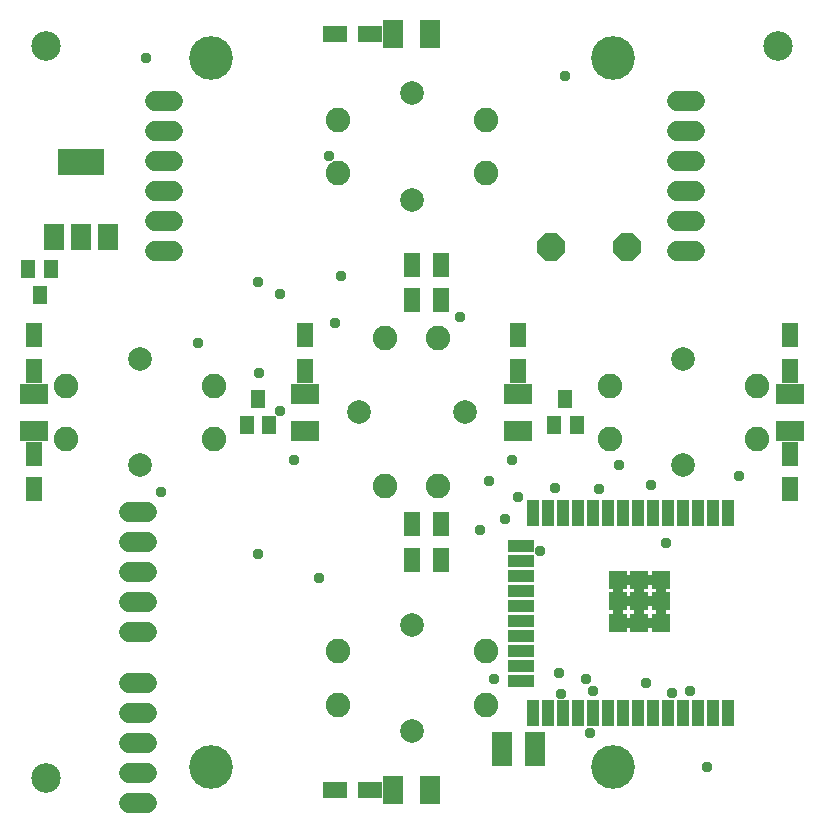
<source format=gbr>
G04 EAGLE Gerber RS-274X export*
G75*
%MOMM*%
%FSLAX34Y34*%
%LPD*%
%INSoldermask Top*%
%IPPOS*%
%AMOC8*
5,1,8,0,0,1.08239X$1,22.5*%
G01*
%ADD10C,3.703200*%
%ADD11P,2.336880X8X202.500000*%
%ADD12P,2.556822X8X202.500000*%
%ADD13R,1.803200X2.903200*%
%ADD14R,1.203200X1.603200*%
%ADD15C,1.875000*%
%ADD16C,2.078200*%
%ADD17C,2.003200*%
%ADD18C,1.524000*%
%ADD19C,1.727200*%
%ADD20R,2.403200X1.703200*%
%ADD21R,1.703200X2.403200*%
%ADD22R,1.403200X2.003200*%
%ADD23R,2.003200X1.403200*%
%ADD24R,1.103200X2.203200*%
%ADD25R,2.203200X1.103200*%
%ADD26R,1.533200X1.533200*%
%ADD27C,0.708000*%
%ADD28C,0.911200*%
%ADD29R,1.701800X2.209800*%
%ADD30R,4.013200X2.209800*%
%ADD31C,2.500000*%
%ADD32C,0.756400*%
%ADD33C,0.959600*%


D10*
X520000Y650000D03*
X180000Y650000D03*
X520000Y50000D03*
X180000Y50000D03*
D11*
X532512Y490000D03*
D12*
X532512Y490000D03*
D11*
X467488Y490000D03*
D12*
X467488Y490000D03*
D13*
X426000Y65000D03*
X454000Y65000D03*
D14*
X35000Y449000D03*
X25500Y471000D03*
X44500Y471000D03*
D15*
X642500Y327500D03*
D16*
X642500Y327500D03*
D15*
X517500Y327500D03*
D16*
X517500Y327500D03*
D15*
X642500Y372500D03*
D16*
X642500Y372500D03*
D15*
X517500Y372500D03*
D16*
X517500Y372500D03*
D17*
X580000Y395000D03*
X580000Y305000D03*
D15*
X327500Y287500D03*
D16*
X327500Y287500D03*
D15*
X327500Y412500D03*
D16*
X327500Y412500D03*
D15*
X372500Y287500D03*
D16*
X372500Y287500D03*
D15*
X372500Y412500D03*
D16*
X372500Y412500D03*
D17*
X395000Y350000D03*
X305000Y350000D03*
D15*
X57500Y372500D03*
D16*
X57500Y372500D03*
D15*
X182500Y372500D03*
D16*
X182500Y372500D03*
D15*
X57500Y327500D03*
D16*
X57500Y327500D03*
D15*
X182500Y327500D03*
D16*
X182500Y327500D03*
D17*
X120000Y305000D03*
X120000Y395000D03*
D15*
X412500Y102500D03*
D16*
X412500Y102500D03*
D15*
X287500Y102500D03*
D16*
X287500Y102500D03*
D15*
X412500Y147500D03*
D16*
X412500Y147500D03*
D15*
X287500Y147500D03*
D16*
X287500Y147500D03*
D17*
X350000Y170000D03*
X350000Y80000D03*
D15*
X287500Y597500D03*
D16*
X287500Y597500D03*
D15*
X412500Y597500D03*
D16*
X412500Y597500D03*
D15*
X287500Y552500D03*
D16*
X287500Y552500D03*
D15*
X412500Y552500D03*
D16*
X412500Y552500D03*
D17*
X350000Y530000D03*
X350000Y620000D03*
D18*
X147620Y486500D02*
X132380Y486500D01*
D19*
X147620Y486500D01*
D18*
X147620Y511900D02*
X132380Y511900D01*
D19*
X147620Y511900D01*
D18*
X147620Y537300D02*
X132380Y537300D01*
D19*
X147620Y537300D01*
D18*
X147620Y562700D02*
X132380Y562700D01*
D19*
X147620Y562700D01*
D18*
X147620Y588100D02*
X132380Y588100D01*
D19*
X147620Y588100D01*
D18*
X147620Y613500D02*
X132380Y613500D01*
D19*
X147620Y613500D01*
D20*
X670000Y334500D03*
X670000Y365500D03*
X260000Y365500D03*
X260000Y334500D03*
X440000Y365500D03*
X440000Y334500D03*
X30000Y334500D03*
X30000Y365500D03*
D21*
X334500Y30000D03*
X365500Y30000D03*
X334500Y670000D03*
X365500Y670000D03*
D18*
X125720Y19200D02*
X110480Y19200D01*
D19*
X125720Y19200D01*
D18*
X125720Y44600D02*
X110480Y44600D01*
D19*
X125720Y44600D01*
D18*
X125720Y70000D02*
X110480Y70000D01*
D19*
X125720Y70000D01*
D18*
X125720Y95400D02*
X110480Y95400D01*
D19*
X125720Y95400D01*
D18*
X125720Y120800D02*
X110480Y120800D01*
D19*
X125720Y120800D01*
D18*
X125720Y164200D02*
X110480Y164200D01*
D19*
X125720Y164200D01*
D18*
X125720Y189600D02*
X110480Y189600D01*
D19*
X125720Y189600D01*
D18*
X125720Y215000D02*
X110480Y215000D01*
D19*
X125720Y215000D01*
D18*
X125720Y240400D02*
X110480Y240400D01*
D19*
X125720Y240400D01*
D18*
X125720Y265800D02*
X110480Y265800D01*
D19*
X125720Y265800D01*
D22*
X30000Y414990D03*
X30000Y385010D03*
X670000Y414990D03*
X670000Y385010D03*
X260000Y414990D03*
X260000Y385010D03*
X440000Y414990D03*
X440000Y385010D03*
D23*
X285010Y30000D03*
X314990Y30000D03*
X285010Y670000D03*
X314990Y670000D03*
D22*
X30000Y285010D03*
X30000Y314990D03*
X670000Y285010D03*
X670000Y314990D03*
X375000Y474990D03*
X375000Y445010D03*
X350000Y225010D03*
X350000Y254990D03*
X350000Y474990D03*
X350000Y445010D03*
X375000Y225010D03*
X375000Y254990D03*
D14*
X220000Y361000D03*
X229500Y339000D03*
X210500Y339000D03*
X480000Y361000D03*
X489500Y339000D03*
X470500Y339000D03*
D24*
X617600Y265000D03*
X604900Y265000D03*
X592200Y265000D03*
X579500Y265000D03*
X566800Y265000D03*
X554100Y265000D03*
X541400Y265000D03*
X528700Y265000D03*
X516000Y265000D03*
X503300Y265000D03*
X490600Y265000D03*
X477900Y265000D03*
X465200Y265000D03*
X452500Y265000D03*
D25*
X442500Y237150D03*
X442500Y224450D03*
X442500Y211750D03*
X442500Y199050D03*
X442500Y186350D03*
X442500Y173650D03*
X442500Y160950D03*
X442500Y148250D03*
X442500Y135550D03*
X442500Y122850D03*
D24*
X452500Y95000D03*
X465200Y95000D03*
X477900Y95000D03*
X490600Y95000D03*
X503300Y95000D03*
X516000Y95000D03*
X528700Y95000D03*
X541400Y95000D03*
X554100Y95000D03*
X566800Y95000D03*
X579500Y95000D03*
X592200Y95000D03*
X604900Y95000D03*
X617600Y95000D03*
D26*
X560950Y208350D03*
X560950Y190000D03*
X560950Y171650D03*
X542600Y208350D03*
X542600Y190000D03*
X542600Y171650D03*
X524250Y208350D03*
X524250Y190000D03*
X524250Y171650D03*
D27*
X560950Y199175D03*
D28*
X560950Y199175D03*
D27*
X560950Y180825D03*
D28*
X560950Y180825D03*
D27*
X551775Y208350D03*
D28*
X551775Y208350D03*
D27*
X551775Y190000D03*
D28*
X551775Y190000D03*
D27*
X551775Y171650D03*
D28*
X551775Y171650D03*
D27*
X542600Y199175D03*
D28*
X542600Y199175D03*
D27*
X542600Y180825D03*
D28*
X542600Y180825D03*
D27*
X533425Y208350D03*
D28*
X533425Y208350D03*
D27*
X533425Y190000D03*
D28*
X533425Y190000D03*
D27*
X533425Y171650D03*
D28*
X533425Y171650D03*
D27*
X524250Y199175D03*
D28*
X524250Y199175D03*
D27*
X524250Y180825D03*
D28*
X524250Y180825D03*
D18*
X574280Y613500D02*
X589520Y613500D01*
D19*
X574280Y613500D01*
D18*
X574280Y588100D02*
X589520Y588100D01*
D19*
X574280Y588100D01*
D18*
X574280Y562700D02*
X589520Y562700D01*
D19*
X574280Y562700D01*
D18*
X574280Y537300D02*
X589520Y537300D01*
D19*
X574280Y537300D01*
D18*
X574280Y511900D02*
X589520Y511900D01*
D19*
X574280Y511900D01*
D18*
X574280Y486500D02*
X589520Y486500D01*
D19*
X574280Y486500D01*
D29*
X47394Y498504D03*
X70254Y498504D03*
X93114Y498504D03*
D30*
X70000Y561496D03*
D31*
X40000Y40000D03*
X660000Y660000D03*
X40000Y660000D03*
D32*
X125000Y650000D03*
D33*
X125000Y650000D03*
D32*
X220000Y460000D03*
D33*
X220000Y460000D03*
D32*
X220000Y230000D03*
D33*
X220000Y230000D03*
D32*
X600000Y50000D03*
D33*
X600000Y50000D03*
D32*
X480000Y635000D03*
D33*
X480000Y635000D03*
D32*
X250000Y310000D03*
D33*
X250000Y310000D03*
D32*
X435000Y310000D03*
D33*
X435000Y310000D03*
D32*
X428863Y259917D03*
D33*
X428863Y259917D03*
D32*
X474348Y129072D03*
D33*
X474348Y129072D03*
D32*
X476711Y111351D03*
D33*
X476711Y111351D03*
D32*
X503293Y113714D03*
D33*
X503293Y113714D03*
D32*
X497672Y124042D03*
D33*
X497672Y124042D03*
D32*
X500931Y78718D03*
D33*
X500931Y78718D03*
D32*
X408188Y250170D03*
D33*
X408188Y250170D03*
D32*
X420002Y123756D03*
D33*
X420002Y123756D03*
D32*
X627176Y295951D03*
D33*
X627176Y295951D03*
D32*
X570340Y112532D03*
D33*
X570340Y112532D03*
D32*
X585404Y114009D03*
D33*
X585404Y114009D03*
D32*
X565319Y239242D03*
D33*
X565319Y239242D03*
D32*
X169241Y408778D03*
D33*
X169241Y408778D03*
D32*
X415572Y291520D03*
D33*
X415572Y291520D03*
D32*
X525445Y305698D03*
D33*
X525445Y305698D03*
D32*
X284727Y425909D03*
D33*
X284727Y425909D03*
D32*
X552619Y288271D03*
D33*
X552619Y288271D03*
D32*
X548484Y120802D03*
D33*
X548484Y120802D03*
D32*
X271140Y209558D03*
D33*
X271140Y209558D03*
D32*
X238651Y351183D03*
D33*
X238651Y351183D03*
D32*
X238651Y449833D03*
D33*
X238651Y449833D03*
D32*
X440086Y278081D03*
D33*
X440086Y278081D03*
D32*
X458782Y232153D03*
D33*
X458782Y232153D03*
D32*
X289748Y465783D03*
D33*
X289748Y465783D03*
D32*
X220339Y383377D03*
D33*
X220339Y383377D03*
D32*
X279532Y566674D03*
D33*
X279532Y566674D03*
D32*
X390761Y430635D03*
D33*
X390761Y430635D03*
D32*
X508905Y284727D03*
D33*
X508905Y284727D03*
D32*
X137342Y282660D03*
D33*
X137342Y282660D03*
D32*
X471395Y285760D03*
D33*
X471395Y285760D03*
M02*

</source>
